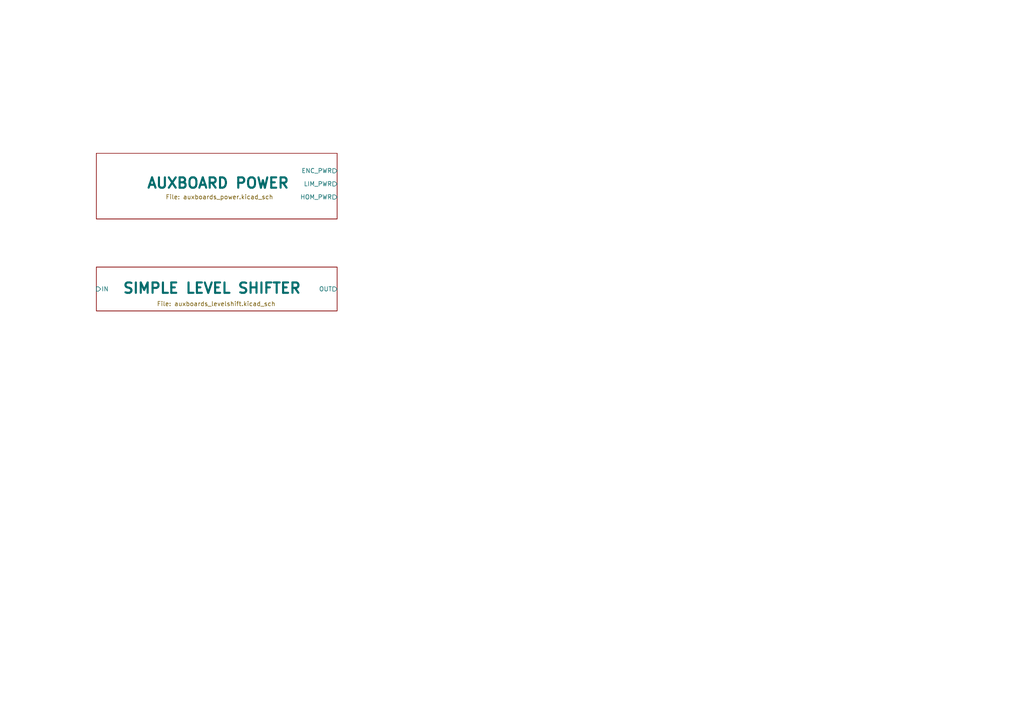
<source format=kicad_sch>
(kicad_sch
	(version 20231120)
	(generator "eeschema")
	(generator_version "8.0")
	(uuid "1a58b99a-90fe-4598-8f3b-1f732cc63393")
	(paper "A4")
	(title_block
		(title "Karcsi (INDACT Robot Arm) - useful bits for Aux boards")
		(date "2024-05-19")
		(rev "1.1")
		(company "LEGO Kör (legokor.hu)")
		(comment 1 "Designed by Máté Kovács, Panka Horváth, Gergely Halász")
		(comment 2 "Reviewed by Máté Kovács, Andi Serban, Péter Varga")
	)
	(lib_symbols)
	(sheet
		(at 27.94 44.45)
		(size 69.85 19.05)
		(stroke
			(width 0.1524)
			(type solid)
		)
		(fill
			(color 0 0 0 0.0000)
		)
		(uuid "3131544d-0210-44f3-a456-1d3de3127634")
		(property "Sheetname" "AUXBOARD POWER"
			(at 63.246 53.086 0)
			(effects
				(font
					(size 3 3)
					(bold yes)
				)
			)
		)
		(property "Sheetfile" "auxboards_power.kicad_sch"
			(at 48.006 56.388 0)
			(effects
				(font
					(size 1.27 1.27)
				)
				(justify left top)
			)
		)
		(pin "ENC_PWR" output
			(at 97.79 49.53 0)
			(effects
				(font
					(size 1.27 1.27)
				)
				(justify right)
			)
			(uuid "9103126b-674f-418e-8f16-bedba2cdcd63")
		)
		(pin "HOM_PWR" output
			(at 97.79 57.15 0)
			(effects
				(font
					(size 1.27 1.27)
				)
				(justify right)
			)
			(uuid "e4bdb588-ef33-4db1-9d0d-1fe61a2c62d3")
		)
		(pin "LIM_PWR" output
			(at 97.79 53.34 0)
			(effects
				(font
					(size 1.27 1.27)
				)
				(justify right)
			)
			(uuid "7fbae7b6-a498-4ae4-83df-0c26ed007bc0")
		)
		(instances
			(project "Aux_boards_meta"
				(path "/1a58b99a-90fe-4598-8f3b-1f732cc63393"
					(page "2")
				)
			)
		)
	)
	(sheet
		(at 27.94 77.47)
		(size 69.85 12.7)
		(stroke
			(width 0.1524)
			(type solid)
		)
		(fill
			(color 0 0 0 0.0000)
		)
		(uuid "8772987c-3417-4e26-b14e-fb28636ee023")
		(property "Sheetname" "SIMPLE LEVEL SHIFTER"
			(at 61.468 83.566 0)
			(effects
				(font
					(size 3 3)
					(bold yes)
				)
			)
		)
		(property "Sheetfile" "auxboards_levelshift.kicad_sch"
			(at 45.466 87.376 0)
			(effects
				(font
					(size 1.27 1.27)
				)
				(justify left top)
			)
		)
		(pin "IN" input
			(at 27.94 83.82 180)
			(effects
				(font
					(size 1.27 1.27)
				)
				(justify left)
			)
			(uuid "bad16da1-167e-4db6-b5fe-b6b77d85594a")
		)
		(pin "OUT" output
			(at 97.79 83.82 0)
			(effects
				(font
					(size 1.27 1.27)
				)
				(justify right)
			)
			(uuid "b1cfd4a5-597c-4e0d-95ce-bfa1be4361fa")
		)
		(instances
			(project "Aux_boards_meta"
				(path "/1a58b99a-90fe-4598-8f3b-1f732cc63393"
					(page "3")
				)
			)
		)
	)
	(sheet_instances
		(path "/"
			(page "1")
		)
	)
)

</source>
